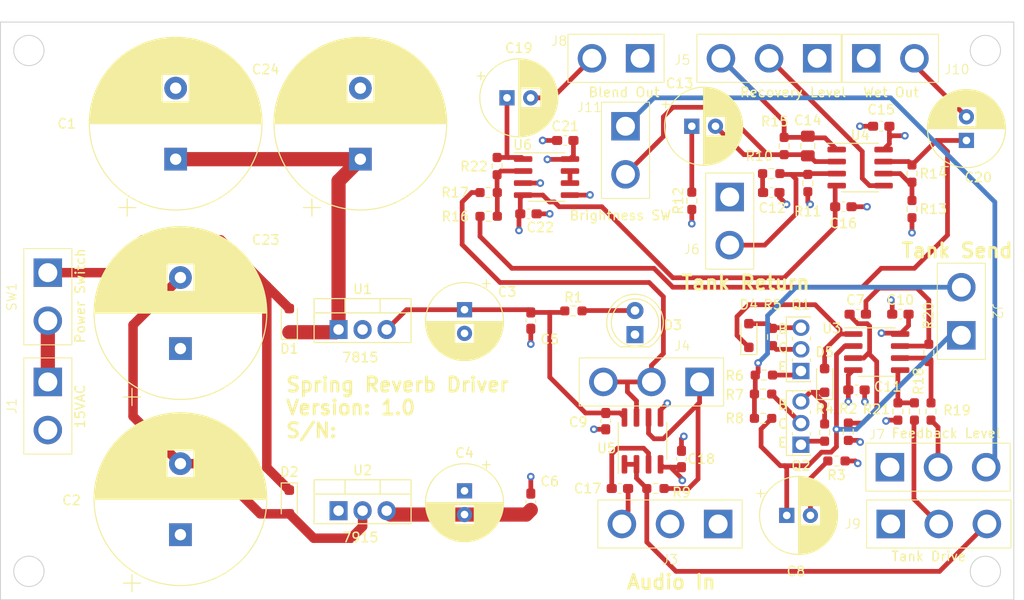
<source format=kicad_pcb>
(kicad_pcb (version 20221018) (generator pcbnew)
  (layers (0 "F.Cu" signal "Front") (1 "In1.Cu" signal) (2 "In2.Cu" signal) (31 "B.Cu" signal "Back") (34 "B.Paste" user) (35 "F.Paste" user) (36 "B.SilkS" user "B.Silkscreen") (37 "F.SilkS" user "F.Silkscreen") (38 "B.Mask" user) (39 "F.Mask" user) (44 "Edge.Cuts" user))
  (net 0 "")
  (net 1 "Net-(D1-K)")
  (net 2 "Net-(D1-A)")
  (net 3 "Net-(D2-A)")
  (net 4 "GND")
  (net 5 "Net-(D3-A)")
  (net 6 "Net-(D4-K)")
  (net 7 "Net-(D4-A)")
  (net 8 "Net-(D5-K)")
  (net 9 "Net-(J4-Pin_1)")
  (net 10 "/Dry")
  (net 11 "Net-(J5-Pin_2)")
  (net 12 "/TankRecov")
  (net 13 "Net-(J7-Pin_2)")
  (net 14 "+15V")
  (net 15 "-15V")
  (net 16 "Net-(J2-Pin_2)")
  (net 17 "Net-(U3A-+)")
  (net 18 "Net-(U3B-+)")
  (net 19 "Net-(U3B--)")
  (net 20 "Net-(C7-Pad2)")
  (net 21 "Net-(U4B--)")
  (net 22 "/Wet")
  (net 23 "/InBuff")
  (net 24 "Net-(U5A-+)")
  (net 25 "Net-(C19-Pad1)")
  (net 26 "Net-(U6A--)")
  (net 27 "Net-(U6B--)")
  (net 28 "Net-(C8-Pad2)")
  (net 29 "Net-(C12-Pad2)")
  (net 30 "Net-(C13-Pad1)")
  (net 31 "/BlendOut")
  (net 32 "/WetOut")
  (net 33 "Net-(J2-Pin_1)")
  (net 34 "Net-(Q1-E)")
  (net 35 "Net-(Q2-C)")
  (net 36 "Net-(J1-Pin_1)")
  (net 37 "Net-(J9-Pin_2)")
  (net 38 "Net-(J6-Pin_2)")
  (net 39 "Net-(J3-Pin_3)")
  (net 40 "Net-(J11-Pin_2)")
  (footprint "Resistor_SMD:R_0603_1608Metric_Pad0.98x0.95mm_HandSolder" (layer "F.Cu") (at 107.525 102.2575 90)
    (fp_text reference "R5")
    (fp_text value "3.9k")
  )
  (footprint "Capacitor_SMD:C_0603_1608Metric_Pad1.08x0.95mm_HandSolder" (layer "F.Cu") (at 82 100.5225 -90)
    (fp_text reference "C5")
    (fp_text value "100n")
  )
  (footprint "Capacitor_SMD:C_0603_1608Metric_Pad1.08x0.95mm_HandSolder" (layer "F.Cu") (at 119 80 180)
    (fp_text reference "C15")
    (fp_text value "100n")
  )
  (footprint "Resistor_SMD:R_0603_1608Metric_Pad0.98x0.95mm_HandSolder" (layer "F.Cu") (at 122.25 88.75 90)
    (fp_text reference "R13")
    (fp_text value "5.6k")
  )
  (footprint "Resistor_SMD:R_0603_1608Metric_Pad0.98x0.95mm_HandSolder" (layer "F.Cu") (at 124.26 110.12 -90)
    (fp_text reference "R19")
    (fp_text value "56k")
  )
  (footprint "Capacitor_SMD:C_0603_1608Metric_Pad1.08x0.95mm_HandSolder" (layer "F.Cu") (at 82 119.652651 -90)
    (fp_text reference "C6")
    (fp_text value "100n")
  )
  (footprint "Solderpad_THT:01x02_3mm" (layer "F.Cu") (at 91 72.827367)
    (fp_text reference "J8")
    (fp_text value "BlendOut")
  )
  (footprint "Solderpad_THT:01x02_3mm" (layer "F.Cu") (at 31 109.54 90)
    (fp_text reference "J1")
    (fp_text value "15VAC")
  )
  (footprint "Capacitor_SMD:C_0603_1608Metric_Pad1.08x0.95mm_HandSolder" (layer "F.Cu") (at 81.75 89.25 180)
    (fp_text reference "C22")
    (fp_text value "100n")
  )
  (footprint "Package_SO:SOIC-8_3.9x4.9mm_P1.27mm" (layer "F.Cu") (at 118.525 103.845)
    (fp_text reference "U3")
    (fp_text value "NE5532")
  )
  (footprint "Resistor_SMD:R_0603_1608Metric_Pad0.98x0.95mm_HandSolder" (layer "F.Cu") (at 106.6125 106.273)
    (fp_text reference "R6")
    (fp_text value "10")
  )
  (footprint "Capacitor_SMD:C_0603_1608Metric_Pad1.08x0.95mm_HandSolder" (layer "F.Cu") (at 85.6375 81.5 180)
    (fp_text reference "C21")
    (fp_text value "100n")
  )
  (footprint "Resistor_SMD:R_0603_1608Metric_Pad0.98x0.95mm_HandSolder" (layer "F.Cu") (at 77.55 89.51 180)
    (fp_text reference "R16")
    (fp_text value "10k")
  )
  (footprint "Resistor_SMD:R_0603_1608Metric_Pad0.98x0.95mm_HandSolder" (layer "F.Cu") (at 78.4375 84.21 -90)
    (fp_text reference "R22")
    (fp_text value "10k")
  )
  (footprint "Solderpad_THT:01x03_2mm" (layer "F.Cu") (at 96.7 122)
    (fp_text reference "J3")
    (fp_text value "AudioIn")
  )
  (footprint "Solderpad_THT:01x02_3mm" (layer "F.Cu") (at 103 90.013212 90)
    (fp_text reference "J6")
    (fp_text value "TankReturn")
  )
  (footprint "Package_SO:SOIC-8_3.9x4.9mm_P1.27mm" (layer "F.Cu") (at 116.775 84.365)
    (fp_text reference "U4")
    (fp_text value "NE5532")
  )
  (footprint "Resistor_SMD:R_0603_1608Metric_Pad0.98x0.95mm_HandSolder" (layer "F.Cu") (at 86.5 99.5)
    (fp_text reference "R1")
    (fp_text value "1.5k")
  )
  (footprint "Capacitor_SMD:C_0603_1608Metric_Pad1.08x0.95mm_HandSolder" (layer "F.Cu") (at 89.91 111.1375 -90)
    (fp_text reference "C9")
    (fp_text value "100n")
  )
  (footprint "Capacitor_SMD:C_0603_1608Metric_Pad1.08x0.95mm_HandSolder" (layer "F.Cu") (at 116.525 99.845)
    (fp_text reference "C7")
    (fp_text value "100n")
  )
  (footprint "Solderpad_THT:01x03_2mm" (layer "F.Cu") (at 94.74 107)
    (fp_text reference "J4")
    (fp_text value "PotDry")
  )
  (footprint "Capacitor_SMD:C_0603_1608Metric_Pad1.08x0.95mm_HandSolder" (layer "F.Cu") (at 116.3875 107.845 180)
    (fp_text reference "C11")
    (fp_text value "100n")
  )
  (footprint "Capacitor_THT:CP_Radial_D18.0mm_P7.50mm" (layer "F.Cu") (at 44.5 83.47778 90)
    (fp_text reference "C1")
    (fp_text value "3300u")
  )
  (footprint "Resistor_SMD:R_0603_1608Metric_Pad0.98x0.95mm_HandSolder" (layer "F.Cu") (at 114.275 115.345)
    (fp_text reference "R3")
    (fp_text value "33")
  )
  (footprint "Capacitor_THT:CP_Radial_D8.0mm_P2.50mm" (layer "F.Cu") (at 75 99.369849 -90)
    (fp_text reference "C3")
    (fp_text value "100u")
  )
  (footprint "Package_TO_SOT_THT:SIPAK_Vertical" (layer "F.Cu") (at 110.525 113.631 90)
    (fp_text reference "Q2")
    (fp_text value "BC140")
  )
  (footprint "Diode_SMD:D_SOD-323_HandSoldering" (layer "F.Cu") (at 56.5 119.675151 -90)
    (fp_text reference "D2")
    (fp_text value "1N5819WS")
  )
  (footprint "Solderpad_THT:01x02_3mm" (layer "F.Cu") (at 31 98 90)
    (fp_text reference "SW1")
    (fp_text value "PowerSW")
  )
  (footprint "Solderpad_THT:01x03_2mm" (layer "F.Cu") (at 125 116 180)
    (fp_text reference "J7")
    (fp_text value "PotFbk")
  )
  (footprint "Capacitor_SMD:C_0603_1608Metric_Pad1.08x0.95mm_HandSolder" (layer "F.Cu") (at 91.41 118.25 180)
    (fp_text reference "C17")
    (fp_text value "100n")
  )
  (footprint "Solderpad_THT:01x02_3mm" (layer "F.Cu") (at 92 82.54 90)
    (fp_text reference "J11")
    (fp_text value "BrightnessSwitch")
  )
  (footprint "Package_SO:SOIC-8_3.9x4.9mm_P1.27mm" (layer "F.Cu") (at 93.795 113.225 90)
    (fp_text reference "U5")
    (fp_text value "NE5532")
  )
  (footprint "Package_SO:SOIC-8_3.9x4.9mm_P1.27mm" (layer "F.Cu") (at 83.6625 85.365)
    (fp_text reference "U6")
    (fp_text value "NE5532")
  )
  (footprint "Solderpad_THT:01x02_3mm" (layer "F.Cu") (at 119.968055 72.827367 180)
    (fp_text reference "J10")
    (fp_text value "WetOut")
  )
  (footprint "Diode_SMD:D_SOD-323_HandSoldering" (layer "F.Cu") (at 113.025 106.845 90)
    (fp_text reference "D5")
    (fp_text value "1N5819WS")
  )
  (footprint "Capacitor_SMD:C_0603_1608Metric_Pad1.08x0.95mm_HandSolder" (layer "F.Cu") (at 107.3875 87 180)
    (fp_text reference "C12")
    (fp_text value "22n")
  )
  (footprint "Resistor_SMD:R_0603_1608Metric_Pad0.98x0.95mm_HandSolder" (layer "F.Cu") (at 99 87.875 90)
    (fp_text reference "R12")
    (fp_text value "220")
  )
  (footprint "Capacitor_THT:CP_Radial_D8.0mm_P2.50mm" (layer "F.Cu") (at 128 81.5 90)
    (fp_text reference "C20")
    (fp_text value "10u")
  )
  (footprint "Diode_SMD:D_SOD-323_HandSoldering" (layer "F.Cu") (at 56.5 100.5 90)
    (fp_text reference "D1")
    (fp_text value "1N5819WS")
  )
  (footprint "Capacitor_SMD:C_0603_1608Metric_Pad1.08x0.95mm_HandSolder" (layer "F.Cu") (at 121.025 99.845 180)
    (fp_text reference "C10")
    (fp_text value "100n")
  )
  (footprint "Capacitor_THT:CP_Radial_D8.0mm_P2.50mm" (layer "F.Cu") (at 79.484849 77)
    (fp_text reference "C19")
    (fp_text value "10u")
  )
  (footprint "Package_TO_SOT_THT:SIPAK_Vertical" (layer "F.Cu") (at 110.525 105.845 90)
    (fp_text reference "Q1")
    (fp_text value "BC139")
  )
  (footprint "Capacitor_THT:CP_Radial_D8.0mm_P2.50mm" (layer "F.Cu") (at 99 80)
    (fp_text reference "C13")
    (fp_text value "10u")
  )
  (footprint "Resistor_SMD:R_0603_1608Metric_Pad0.98x0.95mm_HandSolder" (layer "F.Cu") (at 113.025 112.345 -90)
    (fp_text reference "R4")
    (fp_text value "3.9k")
  )
  (footprint "Capacitor_THT:CP_Radial_D8.0mm_P2.50mm" (layer "F.Cu") (at 109.025 121.095)
    (fp_text reference "C8")
    (fp_text value "47u")
  )
  (footprint "Resistor_SMD:R_0603_1608Metric_Pad0.98x0.95mm_HandSolder" (layer "F.Cu") (at 120.76 110.12 90)
    (fp_text reference "R21")
    (fp_text value "100k")
  )
  (footprint "Resistor_SMD:R_0603_1608Metric_Pad0.98x0.95mm_HandSolder" (layer "F.Cu") (at 124.025 103.9325 -90)
    (fp_text reference "R20")
    (fp_text value "100k")
  )
  (footprint "Capacitor_SMD:C_0805_2012Metric_Pad1.18x1.45mm_HandSolder" (layer "F.Cu") (at 111.25 82.0875 -90)
    (fp_text reference "C14")
    (fp_text value "47p")
  )
  (footprint "Resistor_SMD:R_0603_1608Metric_Pad0.98x0.95mm_HandSolder" (layer "F.Cu") (at 95.16 118.25 180)
    (fp_text reference "R9")
    (fp_text value "5.6k")
  )
  (footprint "Package_TO_SOT_THT:TO-220-3_Vertical" (layer "F.Cu") (at 61.6975 101.4675)
    (fp_text reference "U1")
    (fp_text value "L7815")
  )
  (footprint "Capacitor_SMD:C_0603_1608Metric_Pad1.08x0.95mm_HandSolder" (layer "F.Cu") (at 97.91 115.1375 -90)
    (fp_text reference "C18")
    (fp_text value "100n")
  )
  (footprint "Resistor_SMD:R_0603_1608Metric_Pad0.98x0.95mm_HandSolder" (layer "F.Cu") (at 107.3875 85)
    (fp_text reference "R10")
    (fp_text value "2.2k")
  )
  (footprint "Capacitor_THT:CP_Radial_D18.0mm_P7.50mm" (layer "F.Cu") (at 64 83.47778 90)
    (fp_text reference "C24")
    (fp_text value "3300u")
  )
  (footprint "Capacitor_SMD:C_0603_1608Metric_Pad1.08x0.95mm_HandSolder" (layer "F.Cu") (at 115 88.5 180)
    (fp_text reference "C16")
    (fp_text value "100n")
  )
  (footprint "Resistor_SMD:R_0603_1608Metric_Pad0.98x0.95mm_HandSolder" (layer "F.Cu") (at 111.25 86 90)
    (fp_text reference "R11")
    (fp_text value "100k")
  )
  (footprint "Resistor_SMD:R_0603_1608Metric_Pad0.98x0.95mm_HandSolder" (layer "F.Cu") (at 106.525 108.273 180)
    (fp_text reference "R7")
    (fp_text value "10")
  )
  (footprint "Capacitor_THT:CP_Radial_D18.0mm_P7.50mm" (layer "F.Cu") (at 45 103.47778 90)
    (fp_text reference "C23")
    (fp_text value "3300u")
  )
  (footprint "Solderpad_THT:01x03_2mm" (layer "F.Cu") (at 125.08 122 180)
    (fp_text reference "J9")
    (fp_text value "PotInLvl")
  )
  (footprint "Resistor_SMD:R_0603_1608Metric_Pad0.98x0.95mm_HandSolder" (layer "F.Cu") (at 106.525 110.845 180)
    (fp_text reference "R8")
    (fp_text value "150")
  )
  (footprint "Capacitor_THT:CP_Radial_D8.0mm_P2.50mm" (layer "F.Cu") (at 75 118.5 -90)
    (fp_text reference "C4")
    (fp_text value "100u")
  )
  (footprint "Solderpad_THT:01x03_2mm" (layer "F.Cu") (at 107.157535 72.827367)
    (fp_text reference "J5")
    (fp_text value "PotWet")
  )
  (footprint "Resistor_SMD:R_0603_1608Metric_Pad0.98x0.95mm_HandSolder" (layer "F.Cu") (at 122.51 110.12 -90)
    (fp_text reference "R18")
    (fp_text value "56k")
  )
  (footprint "Resistor_SMD:R_0603_1608Metric_Pad0.98x0.95mm_HandSolder" (layer "F.Cu") (at 108.75 82.0875 -90)
    (fp_text reference "R15")
    (fp_text value "22k")
  )
  (footprint "LED_THT:LED_D5.0mm" (layer "F.Cu") (at 93 102 90)
    (fp_text reference "D3")
    (fp_text value "PowerIndicator")
  )
  (footprint "Resistor_SMD:R_0603_1608Metric_Pad0.98x0.95mm_HandSolder" (layer "F.Cu") (at 122.25 85 -90)
    (fp_text reference "R14")
    (fp_text value "22k")
  )
  (footprint "Package_TO_SOT_THT:TO-220-3_Vertical" (layer "F.Cu") (at 61.6975 120.597651)
    (fp_text reference "U2")
    (fp_text value "LM7915_TO220")
  )
  (footprint "Capacitor_THT:CP_Radial_D18.0mm_P7.50mm" (layer "F.Cu") (at 45 123.130151 90)
    (fp_text reference "C2")
    (fp_text value "3300u")
  )
  (footprint "Resistor_SMD:R_0603_1608Metric_Pad0.98x0.95mm_HandSolder" (layer "F.Cu") (at 115.525 112.2575 90)
    (fp_text reference "R2")
    (fp_text value "10k")
  )
  (footprint "Resistor_SMD:R_0603_1608Metric_Pad0.98x0.95mm_HandSolder" (layer "F.Cu") (at 77.55 87 180)
    (fp_text reference "R17")
    (fp_text value "10k")
  )
  (footprint "Diode_SMD:D_SOD-323_HandSoldering" (layer "F.Cu") (at 105.025 102.095 90)
    (fp_text reference "D4")
    (fp_text value "1N5819WS")
  )
  (footprint "Solderpad_THT:01x02_3mm" (layer "F.Cu") (at 127.462235 99.540784 -90)
    (fp_text reference "J2")
    (fp_text value "TankSend")
  )
  (gr_circle (center 130 72) (end 131.6 72) (stroke (width 0.1)) (fill none) (layer "Edge.Cuts"))
  (gr_line (start 26 130) (end 133 130) (stroke (width 0.1)) (layer "Edge.Cuts"))
  (gr_line (start 133 130) (end 133 69) (stroke (width 0.1)) (layer "Edge.Cuts"))
  (gr_circle (center 29 127) (end 30.6 127) (stroke (width 0.1)) (fill none) (layer "Edge.Cuts"))
  (gr_circle (center 130 127) (end 131.6 127) (stroke (width 0.1)) (fill none) (layer "Edge.Cuts"))
  (gr_line (start 26 69) (end 26 130) (stroke (width 0.1)) (layer "Edge.Cuts"))
  (gr_circle (center 29 72) (end 30.6 72) (stroke (width 0.1)) (fill none) (layer "Edge.Cuts"))
  (gr_line (start 133 69) (end 26 69) (stroke (width 0.1)) (layer "Edge.Cuts"))
  (gr_text "E" (at 108 106) (layer "F.SilkS") (effects (font (size 1 1)) (justify left bottom)))
  (gr_text "B" (at 108 110) (layer "F.SilkS") (effects (font (size 1 1)) (justify left bottom)))
  (gr_text "E" (at 108 114) (layer "F.SilkS") (effects (font (size 1 1)) (justify left bottom)))
  (gr_text "Feedback Level" (at 120 113) (layer "F.SilkS") (effects (font (size 1 1)) (justify left bottom)))
  (gr_text "Audio In" (at 92 129) (layer "F.SilkS") (effects (font (size 1.5 1.5) (thickness 0.3) bold) (justify left bottom)))
  (gr_text "Recovery Level" (at 104 77) (layer "F.SilkS") (effects (font (size 1 1)) (justify left bottom)))
  (gr_text "7815" (at 62 105) (layer "F.SilkS") (effects (font (size 1 1)) (justify left bottom)))
  (gr_text "C" (at 108 104) (layer "F.SilkS") (effects (font (size 1 1)) (justify left bottom)))
  (gr_text "Wet Out" (at 117 77) (layer "F.SilkS") (effects (font (size 1 1)) (justify left bottom)))
  (gr_text "Brightness SW" (at 86 90) (layer "F.SilkS") (effects (font (size 1 1)) (justify left bottom)))
  (gr_text "15VAC" (at 35 112 90) (layer "F.SilkS") (effects (font (size 1 1)) (justify left bottom)))
  (gr_text "Tank Drive" (at 120 126) (layer "F.SilkS") (effects (font (size 1 1)) (justify left bottom)))
  (gr_text "Power Switch" (at 35 103 90) (layer "F.SilkS") (effects (font (size 1 1)) (justify left bottom)))
  (gr_text "Blend Out" (at 88 77) (layer "F.SilkS") (effects (font (size 1 1)) (justify left bottom)))
  (gr_text "Spring Reverb Driver\nVersion: 1.0\nS/N:" (at 56 113) (layer "F.SilkS") (effects (font (size 1.5 1.5) (thickness 0.3) bold) (justify left bottom)))
  (gr_text "C" (at 108 112) (layer "F.SilkS") (effects (font (size 1 1)) (justify left bottom)))
  (gr_text "7915" (at 62 124) (layer "F.SilkS") (effects (font (size 1 1)) (justify left bottom)))
  (gr_text "Tank Send" (at 121 94) (layer "F.SilkS") (effects (font (size 1.5 1.5) (thickness 0.3) bold) (justify left bottom)))
  (gr_text "B" (at 108 102) (layer "F.SilkS") (effects (font (size 1 1)) (justify left bottom)))
  (gr_text "Tank Return" (at 97.722204 97.401082) (layer "F.SilkS") (effects (font (size 1.5 1.5) (thickness 0.3) bold) (justify left bottom)))
  (segment (start 56.5 101.75) (end 61.415 101.75) (width 1.5) (layer "F.Cu") (net 1))
  (segment (start 44.5 83.47778) (end 64 83.47778) (width 1.5) (layer "F.Cu") (net 1))
  (segment (start 61.415 101.75) (end 61.6975 101.4675) (width 1.5) (layer "F.Cu") (net 1))
  (segment (start 61.6975 85.78028) (end 64 83.47778) (width 1.5) (layer "F.Cu") (net 1))
  (segment (start 61.6975 101.4675) (end 61.6975 85.78028) (width 1.5) (layer "F.Cu") (net 1))
  (segment (start 41 92) (end 49.25 92) (width 1) (layer "F.Cu") (net 2))
  (segment (start 37.54 95.46) (end 41 92) (width 1) (layer "F.Cu") (net 2))
  (segment (start 31 95.46) (end 37.54 95.46) (width 1) (layer "F.Cu") (net 2))
  (segment (start 56.5 118.425151) (end 54.125 116.050151) (width 1) (layer "F.Cu") (net 2))
  (segment (start 31 95.46) (end 33.46 95.46) (width 0.5) (layer "F.Cu") (net 2))
  (segment (start 54.125 96.875) (end 56.5 99.25) (width 1) (layer "F.Cu") (net 2))
  (segment (start 54 104) (end 54 101.75) (width 0.5) (layer "F.Cu") (net 2))
  (segment (start 54.125 116.050151) (end 54.125 96.875) (width 1) (layer "F.Cu") (net 2))
  (segment (start 49.25 92) (end 54.125 96.875) (width 1) (layer "F.Cu") (net 2))
  (segment (start 54 115.925151) (end 54 104) (width 0.5) (layer "F.Cu") (net 2))
  (segment (start 48.130151 115.630151) (end 53.425151 120.925151) (width 1) (layer "F.Cu") (net 3))
  (segment (start 63 123.5) (end 64.2375 122.2625) (width 1) (layer "F.Cu") (net 3))
  (segment (start 53.425151 120.925151) (end 56.5 120.925151) (width 1) (layer "F.Cu") (net 3))
  (segment (start 45 115.630151) (end 48.130151 115.630151) (width 1) (layer "F.Cu") (net 3))
  (segment (start 64.2375 122.2625) (end 64.2375 120.597651) (width 1) (layer "F.Cu") (net 3))
  (segment (start 56.5 120.925151) (end 59.074849 123.5) (width 1) (layer "F.Cu") (net 3))
  (segment (start 40 110.630151) (end 40 100.97778) (width 1) (layer "F.Cu") (net 3))
  (segment (start 44.5 115.630151) (end 48.130151 115.630151) (width 0.5) (layer "F.Cu") (net 3))
  (segment (start 45 115.630151) (end 40 110.630151) (width 1) (layer "F.Cu") (net 3))
  (segment (start 40 100.97778) (end 45 95.97778) (width 1) (layer "F.Cu") (net 3))
  (segment (start 59.074849 123.5) (end 63 123.5) (width 1) (layer "F.Cu") (net 3))
  (segment (start 86.1375 87.27) (end 88.23 87.27) (width 0.5) (layer "F.Cu") (net 4))
  (segment (start 97.91 113) (end 98.16 112.75) (width 0.5) (layer "F.Cu") (net 4))
  (segment (start 97.91 114.275) (end 97.91 113) (width 0.5) (layer "F.Cu") (net 4))
  (segment (start 122.25 89.6625) (end 122.25 91.25) (width 0.5) (layer "F.Cu") (net 4))
  (segment (start 115.8625 88.5) (end 117.5 88.5) (width 0.5) (layer "F.Cu") (net 4))
  (segment (start 82 118.790151) (end 82 117) (width 0.5) (layer "F.Cu") (net 4))
  (segment (start 84.775 81.5) (end 83.25 81.5) (width 0.5) (layer "F.Cu") (net 4))
  (segment (start 120.1625 99.845) (end 120.1625 98.4825) (width 0.5) (layer "F.Cu") (net 4))
  (segment (start 116.275 115.345) (end 116.525 115.595) (width 0.5) (layer "F.Cu") (net 4))
  (segment (start 117.25 109.07) (end 117.275 109.095) (width 0.5) (layer "F.Cu") (net 4))
  (segment (start 89.91 112) (end 88.66 112) (width 0.5) (layer "F.Cu") (net 4))
  (segment (start 108.25 87) (end 108.25 87.5) (width 0.5) (layer "F.Cu") (net 4))
  (segment (start 82.6125 89.25) (end 84 89.25) (width 0.5) (layer "F.Cu") (net 4))
  (segment (start 117.25 107.845) (end 117.25 109.07) (width 0.5) (layer "F.Cu") (net 4))
  (segment (start 115.525 113.17) (end 116.6 113.17) (width 0.5) (layer "F.Cu") (net 4))
  (segment (start 82 101.385) (end 82 103) (width 0.5) (layer "F.Cu") (net 4))
  (segment (start 111.25 86.9125) (end 111.25 88) (width 0.5) (layer "F.Cu") (net 4))
  (segment (start 95.7 109.96) (end 96.41 109.25) (width 0.5) (layer "F.Cu") (net 4))
  (segment (start 118.1375 80) (end 116.75 80) (width 0.5) (layer "F.Cu") (net 4))
  (segment (start 116.6 113.17) (end 116.775 113.345) (width 0.5) (layer "F.Cu") (net 4))
  (segment (start 95.7 110.75) (end 95.7 109.96) (width 0.5) (layer "F.Cu") (net 4))
  (segment (start 88.23 87.27) (end 88.25 87.25) (width 0.5) (layer "F.Cu") (net 4))
  (segment (start 99 88.7875) (end 99 90.2875) (width 0.5) (layer "F.Cu") (net 4))
  (segment (start 120.1625 98.4825) (end 120.025 98.345) (width 0.5) (layer "F.Cu") (net 4))
  (segment (start 111.25 88) (end 111.5 88.25) (width 0.5) (layer "F.Cu") (net 4))
  (segment (start 108.25 87.5) (end 109 88.25) (width 0.5) (layer "F.Cu") (net 4))
  (segment (start 120.76 111.0325) (end 119.5975 111.0325) (width 0.5) (layer "F.Cu") (net 4))
  (segment (start 115.1875 115.345) (end 116.275 115.345) (width 0.5) (layer "F.Cu") (net 4))
  (segment (start 81.1875 86) (end 83 86) (width 0.5) (layer "F.Cu") (net 4))
  (segment (start 119.5975 111.0325) (end 119.51 111.12) (width 0.5) (layer "F.Cu") (net 4))
  (via (at 88.66 112) (size 0.8) (drill 0.4) (layers "F.Cu" "B.Cu") (net 4))
  (via (at 116.525 115.595) (size 0.8) (drill 0.4) (layers "F.Cu" "B.Cu") (net 4))
  (via (at 88.25 87.25) (size 0.8) (drill 0.4) (layers "F.Cu" "B.Cu") (net 4))
  (via (at 99 90.2875) (size 0.8) (drill 0.4) (layers "F.Cu" "B.Cu") (net 4))
  (via (at 83 86) (size 0.8) (drill 0.4) (layers "F.Cu" "B.Cu") (net 4))
  (via (at 117.275 109.095) (size 0.8) (drill 0.4) (layers "F.Cu" "B.Cu") (net 4))
  (via (at 82 117) (size 0.8) (drill 0.4) (layers "F.Cu" "B.Cu") (net 4))
  (via (at 116.75 80) (size 0.8) (drill 0.4) (layers "F.Cu" "B.Cu") (net 4))
  (via (at 83.25 81.5) (size 0.8) (drill 0.4) (layers "F.Cu" "B.Cu") (net 4))
  (via (at 120.025 98.345) (size 0.8) (drill 0.4) (layers "F.Cu" "B.Cu") (net 4))
  (via (at 117.5 88.5) (size 0.8) (drill 0.4) (layers "F.Cu" "B.Cu") (net 4))
  (via (at 96.41 109.25) (size 0.8) (drill 0.4) (layers "F.Cu" "B.Cu") (net 4))
  (via (at 109 88.25) (size 0.8) (drill 0.4) (layers "F.Cu" "B.Cu") (net 4))
  (via (at 116.775 113.345) (size 0.8) (drill 0.4) (layers "F.Cu" "B.Cu") (net 4))
  (via (at 82 103) (size 0.8) (drill 0.4) (layers "F.Cu" "B.Cu") (net 4))
  (via (at 98.16 112.75) (size 0.8) (drill 0.4) (layers "F.Cu" "B.Cu") (net 4))
  (via (at 119.51 111.12) (size 0.8) (drill 0.4) (layers "F.Cu" "B.Cu") (net 4))
  (via (at 84 89.25) (size 0.8) (drill 0.4) (layers "F.Cu" "B.Cu") (net 4))
  (via (at 122.25 91.25) (size 0.8) (drill 0.4) (layers "F.Cu" "B.Cu") (net 4))
  (via (at 111.5 88.25) (size 0.8) (drill 0.4) (layers "F.Cu" "B.Cu") (net 4))
  (segment (start 87.4125 99.5) (end 87.4525 99.46) (width 0.5) (layer "F.Cu") (net 5))
  (segment (start 87.4525 99.46) (end 93 99.46) (width 0.5) (layer "F.Cu") (net 5))
  (segment (start 105.025 98.845) (end 112.025 98.845) (width 0.5) (layer "F.Cu") (net 6))
  (segment (start 103.775 102.095) (end 103.775 100.095) (width 0.5) (layer "F.Cu") (net 6))
  (segment (start 114.68 101.94) (end 114.65 101.97) (width 0.5) (layer "F.Cu") (net 6))
  (segment (start 114.65 101.47) (end 114.65 101.97) (width 0.5) (layer "F.Cu") (net 6))
  (segment (start 112.025 98.845) (end 114.65 101.47) (width 0.5) (layer "F.Cu") (net 6))
  (segment (start 114.65 101.97) (end 113.025 103.595) (width 0.5) (layer "F.Cu") (net 6))
  (segment (start 113.025 103.595) (end 113.025 105.595) (width 0.5) (layer "F.Cu") (net 6))
  (segment (start 103.775 100.095) (end 105.025 98.845) (width 0.5) (layer "F.Cu") (net 6))
  (segment (start 105.025 103.345) (end 103.775 102.095) (width 0.5) (layer "F.Cu") (net 6))
  (segment (start 116.05 101.94) (end 114.68 101.94) (width 0.5) (layer "F.Cu") (net 6))
  (segment (start 105.025 100.845) (end 107.025 100.845) (width 0.5) (layer "F.Cu") (net 7))
  (segment (start 107.025 100.845) (end 107.525 101.345) (width 0.5) (layer "F.Cu") (net 7))
  (segment (start 107.453 101.273) (end 110.525 101.273) (width 0.5) (layer "F.Cu") (net 7))
  (segment (start 107.025 100.845) (end 107.453 101.273) (width 0.5) (layer "F.Cu") (net 7))
  (segment (start 113.025 111.4325) (end 113.025 109.345) (width 0.5) (layer "F.Cu") (net 8))
  (segment (start 113.025 109.345) (end 111.775 108.095) (width 0.5) (layer "F.Cu") (net 8))
  (segment (start 111.489 108.095) (end 110.525 109.059) (width 0.5) (layer "F.Cu") (net 8))
  (segment (start 111.775 108.095) (end 111.489 108.095) (width 0.5) (layer "F.Cu") (net 8))
  (segment (start 113.025 108.095) (end 111.775 108.095) (width 0.5) (layer "F.Cu") (net 8))
  (segment (start 94.43 112.43) (end 95 113) (width 0.5) (layer "F.Cu") (net 9))
  (segment (start 95 113) (end 96 113) (width 0.5) (layer "F.Cu") (net 9))
  (segment (start 99.66 109.34) (end 99.82 109.18) (width 0.5) (layer "F.Cu") (net 9))
  (segment (start 96 113) (end 99.82 109.18) (width 0.5) (layer "F.Cu") (net 9))
  (segment (start 96.0725 118.25) (end 98.66 118.25) (width 0.5) (layer "F.Cu") (net 9))
  (segment (start 99.66 117.25) (end 99.66 109.34) (width 0.5) (layer "F.Cu") (net 9))
  (segment (start 94.43 110.75) (end 94.43 112.43) (width 0.5) (layer "F.Cu") (net 9))
  (segment (start 99.82 109.18) (end 99.82 107) (width 0.5) (layer "F.Cu") (net 9))
  (segment (start 98.66 118.25) (end 99.66 117.25) (width 0.5) (layer "F.Cu") (net 9))
  (segment (start 96 104) (end 96 98) (width 0.5) (layer "F.Cu") (net 10))
  (segment (start 94.5 96.5) (end 78.75 96.5) (width 0.5) (layer "F.Cu") (net 10))
  (segment (start 74.75 88) (end 75.75 87) (width 0.5) (layer "F.Cu") (net 10))
  (segment (start 96 104) (end 94.74 105.26) (width 0.5) (layer "F.Cu") (net 10))
  (segment (start 89.66 107) (end 92.2 107) (width 0.5) (layer "F.Cu") (net 10))
  (segment (start 93.75005 107) (end 94.245025 106.505025) (width 0.5) (layer "F.Cu") (net 10))
  (segment (start 93.16 109) (end 93.16 110.75) (width 0.5) (layer "F.Cu") (net 10))
  (segment (start 92.2 108.04) (end 93.16 109) (width 0.5) (layer "F.Cu") (net 10))
  (segment (start 78.75 96.5) (end 74.75 92.5) (width 0.5) (layer "F.Cu") (net 10))
  (segment (start 74.75 92.5) (end 74.75 88) (width 0.5) (layer "F.Cu") (net 10))
  (segment (start 94.74 105.26) (end 94.74 106.3) (width 0.5) (layer "F.Cu") (net 10))
  (segment (start 96 98) (end 94.5 96.5) (width 0.5) (layer "F.Cu") (net 10))
  (segment (start 75.75 87) (end 76.6375 87) (width 0.5) (layer "F.Cu") (net 10))
  (segment (start 92.2 107) (end 92.2 108.04) (width 0.5) (layer "F.Cu") (net 10))
  (segment (start 92.2 107) (end 93.75005 107) (width 0.5) (layer "F.Cu") (net 10))
  (segment (start 107.157535 72.827367) (end 117 82.669832) (width 0.5) (layer "F.Cu") (net 11))
  (segment (start 117 82.669832) (end 117 83) (width 0.5) (layer "F.Cu") (net 11))
  (segment (start 117.77 86.27) (end 117 85.5) (width 0.5) (layer "F.Cu") (net 11))
  (segment (start 117 85.5) (end 117 83) (width 0.5) (layer "F.Cu") (net 11))
  (segment (start 119.25 86.27) (end 117.77 86.27) (width 0.5) (layer "F.Cu") (net 11))
  (segment (start 111.2 81.175) (end 111.25 81.225) (width 0.5) (layer "F.Cu") (net 12))
  (segment (start 102.077535 72.827367) (end 108.75 79.499832) (width 0.5) (layer "F.Cu") (net 12))
  (segment (start 111.25 81.225) (end 113.065 81.225) (width 0.5) (layer "F.Cu") (net 12))
  (segment (start 108.75 81.175) (end 111.2 81.175) (width 0.5) (layer "F.Cu") (net 12))
  (segment (start 113.065 81.225) (end 114.3 82.46) (width 0.5) (layer "F.Cu") (net 12))
  (segment (start 108.75 79.499832) (end 108.75 81.175) (width 0.5) (layer "F.Cu") (net 12))
  (segment (start 120 77) (end 131 88) (width 0.5) (layer "B.Cu") (net 12))
  (segment (start 131 115.08) (end 130.08 116) (width 0.5) (layer "B.Cu") (net 12))
  (segment (start 131 88) (end 131 115.08) (width 0.5) (layer "B.Cu") (net 12))
  (segment (start 92 80) (end 95 77) (width 0.5) (layer "B.Cu") (net 12))
  (segment (start 102.077535 72.827367) (end 106.250168 77) (width 0.5) (layer "B.Cu") (net 12))
  (segment (start 95 77) (end 106.250168 77) (width 0.5) (layer "B.Cu") (net 12))
  (segment (start 106.250168 77) (end 120 77) (width 0.5) (layer "B.Cu") (net 12))
  (segment (start 124.26 111.0325) (end 125 111.7725) (width 0.5) (layer "F.Cu") (net 13))
  (segment (start 125 111.7725) (end 125 116) (width 0.5) (layer "F.Cu") (net 13))
  (segment (start 81.709849 99.369849) (end 75 99.369849) (width 0.5) (layer "F.Cu") (net 14))
  (segment (start 86.5 83.0975) (end 86.1375 83.46) (width 0.5) (layer "F.Cu") (net 14))
  (segment (start 89.91 110.275) (end 87.775 110.275) (width 0.5) (layer "F.Cu") (net 14))
  (segment (start 86.5 81.5) (end 86.5 83.0975) (width 0.5) (layer "F.Cu") (net 14))
  (segment (start 84 106.5) (end 84 99.66) (width 0.5) (layer "F.Cu") (net 14))
  (segment (start 87.775 110.275) (end 84 106.5) (width 0.5) (layer "F.Cu") (net 14))
  (segment (start 119.8625 81.8475) (end 119.25 82.46) (width 0.5) (layer "F.Cu") (net 14))
  (segment (start 119.8625 81.25) (end 119.8625 81.8475) (width 0.5) (layer "F.Cu") (net 14))
  (segment (start 82 99.66) (end 84 99.66) (width 0.5) (layer "F.Cu") (net 14))
  (segment (start 75 99.369849) (end 68.875151 99.369849) (width 0.5) (layer "F.Cu") (net 14))
  (segment (start 85.4275 99.66) (end 85.5875 99.5) (width 0.5) (layer "F.Cu") (net 14))
  (segment (start 107.914 103.559) (end 107.525 103.17) (width 0.5) (layer "F.Cu") (net 14))
  (segment (start 110.525 103.559) (end 107.914 103.559) (width 0.5) (layer "F.Cu") (net 14))
  (segment (start 121.8875 99.845) (end 121.8875 101.0525) (width 0.5) (layer "F.Cu") (net 14))
  (segment (start 82 99.66) (end 81.709849 99.369849) (width 0.5) (layer "F.Cu") (net 14))
  (segment (start 83.75 83.5) (end 86.0975 83.5) (width 0.5) (layer "F.Cu") (net 14))
  (segment (start 89.91 110.275) (end 91.415 110.275) (width 0.5) (layer "F.Cu") (net 14))
  (segment (start 119.025 101.845) (end 120.905 101.845) (width 0.5) (layer "F.Cu") (net 14))
  (segment (start 120.1125 81) (end 119.8625 81.25) (width 0.5) (layer "F.Cu") (net 14))
  (segment (start 119.8625 80) (end 119.8625 81.25) (width 0.5) (layer "F.Cu") (net 14))
  (segment (start 121.5 81) (end 120.1125 81) (width 0.5) (layer "F.Cu") (net 14))
  (segment (start 91.415 110.275) (end 91.89 110.75) (width 0.5) (layer "F.Cu") (net 14))
  (segment (start 84 99.66) (end 85.4275 99.66) (width 0.5) (layer "F.Cu") (net 14))
  (segment (start 86.0975 83.5) (end 86.1375 83.46) (width 0.5) (layer "F.Cu") (net 14))
  (segment (start 68.875151 99.369849) (end 66.7775 101.4675) (width 0.5) (layer "F.Cu") (net 14))
  (segment (start 120.905 101.845) (end 121 101.94) (width 0.5) (layer "F.Cu") (net 14))
  (segment (start 121.8875 101.0525) (end 121 101.94) (width 0.5) (layer "F.Cu") (net 14))
  (via (at 121.5 81) (size 0.8) (drill 0.4) (layers "F.Cu" "B.Cu") (net 14))
  (via (at 119.025 101.845) (size 0.8) (drill 0.4) (layers "F.Cu" "B.Cu") (net 14))
  (via (at 83.75 83.5) (size 0.8) (drill 0.4) (layers "F.Cu" "B.Cu") (net 14))
  (segment (start 113.025 113.2575) (end 110.8985 113.2575) (width 0.5) (layer "F.Cu") (net 15))
  (segment (start 80.75 89.3875) (end 80.8875 89.25) (width 0.5) (layer "F.Cu") (net 15))
  (segment (start 115.525 109.095) (end 115.525 107.845) (width 0.5) (layer "F.Cu") (net 15))
  (segment (start 89.5 88.5) (end 97 96) (width 0.5) (layer "F.Cu") (net 15))
  (segment (start 115.525 106.275) (end 116.05 105.75) (width 0.5) (layer "F.Cu") (net 15))
  (segment (start 97.91 116) (end 96.75 116) (width 0.5) (layer "F.Cu") (net 15))
  (segment (start 98 117.25) (end 96.75 116) (width 0.5) (layer "F.Cu") (net 15))
  (segment (start 81.515151 121) (end 77 121) (width 1.5) (layer "F.Cu") (net 15))
  (segment (start 98 117.4005) (end 98 117.25) (width 0.5) (layer "F.Cu") (net 15))
  (segment (start 115.525 107.845) (end 115.525 106.275) (width 0.5) (layer "F.Cu") (net 15))
  (segment (start 96 116) (end 95.7 115.7) (width 0.5) (layer "F.Cu") (net 15))
  (segment (start 67.179849 121) (end 66.7775 120.597651) (width 1.5) (layer "F.Cu") (net 15))
  (segment (start 82 120.515151) (end 81.515151 121) (width 1.5) (layer "F.Cu") (net 15))
  (segment (start 84.5 88) (end 85 88.5) (width 0.5) (layer "F.Cu") (net 15))
  (segment (start 81.1875 87.27) (end 83.27 87.27) (width 0.5) (layer "F.Cu") (net 15))
  (segment (start 114.1375 86.4325) (end 114.3 86.27) (width 0.5) (layer "F.Cu") (net 15))
  (segment (start 80.8875 87.57) (end 81.1875 87.27) (width 0.5) (layer "F.Cu") (net 15))
  (segment (start 84 88) (end 84.5 88) (width 0.5) (layer "F.Cu") (net 15))
  (segment (start 97 96) (end 108.75 96) (width 0.5) (layer "F.Cu") (net 15))
  (segment (start 114.1375 90.6125) (end 114.1375 88.5) (width 0.5) (layer "F.Cu") (net 15))
  (segment (start 80.75 91) (end 80.75 89.3875) (width 0.5) (layer "F.Cu") (net 15))
  (segment (start 85 88.5) (end 89.5 88.5) (width 0.5) (layer "F.Cu") (net 15))
  (segment (start 96.75 116) (end 96 116) (width 0.5) (layer "F.Cu") (net 15))
  (segment (start 80.8875 89.25) (end 80.8875 87.57) (width 0.5) (layer "F.Cu") (net 15))
  (segment (start 114.1375 88.5) (end 114.1375 86.4325) (width 0.5) (layer "F.Cu") (net 15))
  (segment (start 110.8985 113.2575) (end 110.525 113.631) (width 0.5) (layer "F.Cu") (net 15))
  (segment (start 83.27 87.27) (end 84 88) (width 0.5) (layer "F.Cu") (net 15))
  (segment (start 75 121) (end 77 121) (width 1.5) (layer "F.Cu") (net 15))
  (segment (start 108.75 96) (end 114.1375 90.6125) (width 0.5) (layer "F.Cu") (net 15))
  (segment (start 75 121) (end 67.179849 121) (width 1.5) (layer "F.Cu") (net 15))
  (via (at 80.75 91) (size 0.8) (drill 0.4) (layers "F.Cu" "B.Cu") (net 15))
  (via (at 98 117.4005) (size 0.8) (drill 0.4) (layers "F.Cu" "B.Cu") (net 15))
  (via (at 115.525 109.095) (size 0.8) (drill 0.4) (layers "F.Cu" "B.Cu") (net 15))
  (segment (start 105.6125 108.273) (end 105.6125 110.845) (width 0.5) (layer "F.Cu") (net 16))
  (segment (start 106 105) (end 106 105.973) (width 0.5) (layer "F.Cu") (net 16))
  (segment (start 105.7 106.273) (end 105.7 108.1855) (width 0.5) (layer "F.Cu") (net 16))
  (segment (start 106 105.973) (end 105.7 106.273) (width 0.5) (layer "F.Cu") (net 16))
  (segment (start 105.7 108.1855) (end 105.6125 108.273) (width 0.5) (layer "F.Cu") (net 16))
  (via (at 106 105) (size 0.8) (drill 0.4) (layers "F.Cu" "B.Cu") (net 16))
  (segment (start 110 97) (end 107 100) (width 0.5) (layer "B.Cu") (net 16))
  (segment (start 107 104) (end 106 105) (width 0.5) (layer "B.Cu") (net 16))
  (segment (start 127 97) (end 110 97) (width 0.5) (layer "B.Cu") (net 16))
  (segment (start 107 100) (end 107 104) (width 0.5) (layer "B.Cu") (net 16))
  (segment (start 116.525 100.845) (end 117.525 100.845) (width 0.5) (layer "F.Cu") (net 17))
  (segment (start 115.6625 99.9825) (end 116.525 100.845) (width 0.5) (layer "F.Cu") (net 17))
  (segment (start 117.775 103.845) (end 117.65 103.97) (width 0.5) (layer "F.Cu") (net 17))
  (segment (start 117.525 100.845) (end 117.775 101.095) (width 0.5) (layer "F.Cu") (net 17))
  (segment (start 118.525 109.845) (end 118.525 104.845) (width 0.5) (layer "F.Cu") (net 17))
  (segment (start 115.6625 99.845) (end 115.6625 99.9825) (width 0.5) (layer "F.Cu") (net 17))
  (segment (start 117.14 104.48) (end 116.05 104.48) (width 0.5) (layer "F.Cu") (net 17))
  (segment (start 118.525 104.845) (end 117.65 103.97) (width 0.5) (layer "F.Cu") (net 17))
  (segment (start 117.775 101.095) (end 117.775 103.845) (width 0.5) (layer "F.Cu") (net 17))
  (segment (start 117.65 103.97) (end 117.14 104.48) (width 0.5) (layer "F.Cu") (net 17))
  (segment (start 117.025 111.345) (end 118.525 109.845) (width 0.5) (layer "F.Cu") (net 17))
  (segment (start 115.525 111.345) (end 117.025 111.345) (width 0.5) (layer "F.Cu") (net 17))
  (segment (start 120.76 105.99) (end 121 105.75) (width 0.5) (layer "F.Cu") (net 18))
  (segment (start 120.76 109.2075) (end 120.76 105.99) (width 0.5) (layer "F.Cu") (net 18))
  (segment (start 120.76 109.2075) (end 122.51 109.2075) (width 0.5) (layer "F.Cu") (net 18))
  (segment (start 121 104.48) (end 123.66 104.48) (width 0.5) (layer "F.Cu") (net 19))
  (segment (start 124.26 109.2075) (end 124.26 105.08) (width 0.5) (layer "F.Cu") (net 19))
  (segment (start 124.26 105.08) (end 124.025 104.845) (width 0.5) (layer "F.Cu") (net 19))
  (segment (start 123.66 104.48) (end 124.025 104.845) (width 0.5) (layer "F.Cu") (net 19))
  (segment (start 124.025 104.845) (end 124.275 104.845) (width 0.5) (layer "F.Cu") (net 19))
  (segment (start 117.3875 99.845) (end 117.3875 98.4825) (width 0.5) (layer "F.Cu") (net 20))
  (segment (start 122.775 97.095) (end 124.025 98.345) (width 0.5) (layer "F.Cu") (net 20))
  (segment (start 121 103.21) (end 123.835 103.21) (width 0.5) (layer "F.Cu") (net 20))
  (segment (start 117.3875 98.4825) (end 118.775 97.095) (width 0.5) (layer "F.Cu") (net 20))
  (segment (start 123.835 103.21) (end 124.025 103.02) (width 0.5) (layer "F.Cu") (net 20))
  (segment (start 124.025 98.345) (end 124.025 103.02) (width 0.5) (layer "F.Cu") (net 20))
  (segment (start 118.775 97.095) (end 122.775 97.095) (width 0.5) (layer "F.Cu") (net 20))
  (segment (start 122.25 87.8375) (end 122.25 85.9125) (width 0.5) (layer "F.Cu") (net 21))
  (segment (start 121 85) (end 119.25 85) (width 0.5) (layer "F.Cu") (net 21))
  (segment (start 121.9125 85.9125) (end 121 85) (width 0.5) (layer "F.Cu") (net 21))
  (segment (start 122.25 85.9125) (end 121.9125 85.9125) (width 0.5) (layer "F.Cu") (net 21))
  (segment (start 122.5 95) (end 126 91.5) (width 0.5) (layer "F.Cu") (net 22))
  (segment (start 119.25 83.73) (end 121.8925 83.73) (width 0.5) (layer "F.Cu") (net 22))
  (segment (start 126 82.6625) (end 124.8375 81.5) (width 0.5) (layer "F.Cu") (net 22))
  (segment (start 121.8925 83.73) (end 122.25 84.0875) (width 0.5) (layer "F.Cu") (net 22))
  (segment (start 119 95) (end 122.5 95) (width 0.5) (layer "F.Cu") (net 22))
  (segment (start 97 97) (end 117 97) (width 0.5) (layer "F.Cu") (net 22))
  (segment (start 122.25 84.0875) (end 124.8375 81.5) (width 0.5) (layer "F.Cu") (net 22))
  (segment (start 80 95) (end 95 95) (width 0.5) (layer "F.Cu") (net 22))
  (segment (start 76.6375 91.6375) (end 80 95) (width 0.5) (layer "F.Cu") (net 22))
  (segment (start 124.8375 81.5) (end 128 81.5) (width 0.5) (layer "F.Cu") (net 22))
  (segment (start 95 95) (end 97 97) (width 0.5) (layer "F.Cu") (net 22))
  (segment (start 126 91.5) (end 126 82.6625) (width 0.5) (layer "F.Cu") (net 22))
  (segment (start 117 97) (end 119 95) (width 0.5) (layer "F.Cu") (net 22))
  (segment (start 76.6375 89.51) (end 76.6375 91.6375) (width 0.5) (layer "F.Cu") (net 22))
  (segment (start 93.70375 117.70625) (end 93.16 117.1625) (width 0.5) (layer "F.Cu") (net 23))
  (segment (start 93.16 117.1625) (end 93.16 115.7) (width 0.5) (layer "F.Cu") (net 23))
  (segment (start 130.16 122) (end 125.16 127) (width 0.5) (layer "F.Cu") (net 23))
  (segment (start 94.2475 123.910316) (end 94.2475 118.25) (width 0.5) (layer "F.Cu") (net 23))
  (segment (start 94.2475 118.25) (end 93.70375 117.70625) (width 0.5) (layer "F.Cu") (net 23))
  (segment (start 97.337184 127) (end 94.2475 123.910316) (width 0.5) (layer "F.Cu") (net 23))
  (segment (start 125.16 127) (end 97.337184 127) (width 0.5) (layer "F.Cu") (net 23))
  (segment (start 91.89 115.7) (end 93.16 115.7) (width 0.5) (layer "F.Cu") (net 23))
  (segment (start 94.43 114.52) (end 94.43 115.7) (width 0.5) (layer "F.Cu") (net 24))
  (segment (start 90.5475 114.6125) (end 91.16 114) (width 0.5) (layer "F.Cu") (net 24))
  (segment (start 90.5475 118.25) (end 90.5475 114.6125) (width 0.5) (layer "F.Cu") (net 24))
  (segment (start 93.91 114) (end 94.43 114.52) (width 0.5) (layer "F.Cu") (net 24))
  (segment (start 91.16 114) (end 93.91 114) (width 0.5) (layer "F.Cu") (net 24))
  (segment (start 79.6375 83.2975) (end 81.025 83.2975) (width 0.5) (layer "F.Cu") (net 25))
  (segment (start 79.484849 83.144849) (end 79.6375 83.2975) (width 0.5) (layer "F.Cu") (net 25))
  (segment (start 79.484849 77) (end 79.484849 83.144849) (width 0.5) (layer "F.Cu") (net 25))
  (segment (start 81.025 83.2975) (end 81.1875 83.46) (width 0.5) (layer "F.Cu") (net 25))
  (segment (start 78.4375 83.2975) (end 79.6375 83.2975) (width 0.5) (layer "F.Cu") (net 25))
  (segment (start 78.83 84.73) (end 78.4375 85.1225) (width 0.5) (layer "F.Cu") (net 26))
  (segment (start 81.1875 84.73) (end 78.83 84.73) (width 0.5) (layer "F.Cu") (net 26))
  (segment (start 78.4375 85.1225) (end 78.4375 86.975) (width 0.5) (layer "F.Cu") (net 26))
  (segment (start 78.4375 86.975) (end 78.4625 87) (width 0.5) (layer "F.Cu") (net 26))
  (segment (start 78.4625 87) (end 78.4625 89.51) (width 0.5) (layer "F.Cu") (net 26))
  (segment (start 86.1375 84.73) (end 86.1375 86) (width 0.5) (layer "F.Cu") (net 27))
  (segment (start 113.3625 115.345) (end 111.525 117.1825) (width 0.5) (layer "F.Cu") (net 28))
  (segment (start 111.525 117.1825) (end 111.525 121.095) (width 0.5) (layer "F.Cu") (net 28))
  (segment (start 106.475 86.95) (end 106.525 87) (width 0.25) (layer "F.Cu") (net 29))
  (segment (start 106.475 85) (end 106.475 86.95) (width 0.5) (layer "F.Cu") (net 29))
  (segment (start 99 80) (end 99 86.9625) (width 0.5) (layer "F.Cu") (net 30))
  (segment (start 81.984849 77) (end 84.287367 77) (width 0.5) (layer "F.Cu") (net 31))
  (segment (start 84.287367 77) (end 88.46 72.827367) (width 0.5) (layer "F.Cu") (net 31))
  (segment (start 128 79) (end 122.508055 73.508055) (width 0.5) (layer "F.Cu") (net 32))
  (segment (start 122.508055 73.508055) (end 122.508055 72.827367) (width 0.5) (layer "F.Cu") (net 32))
  (segment (start 108.34 115.845) (end 106.315 113.82) (width 0.5) (layer "F.Cu") (net 33))
  (segment (start 111.275 115.845) (end 108.775 115.845) (width 0.5) (layer "F.Cu") (net 33))
  (segment (start 106.315 113.82) (end 106.315 111.9675) (width 0.5) (layer "F.Cu") (net 33))
  (segment (start 114.275 104.095) (end 114.275 110.345) (width 0.5) (layer "F.Cu") (net 33))
  (segment (start 113.7 114.42) (end 112.7 114.42) (width 0.5) (layer "F.Cu") (net 33))
  (segment (start 114.275 110.345) (end 114.275 112) (width 0.5) (layer "F.Cu") (net 33))
  (segment (start 112.7 114.42) (end 111.275 115.845) (width 0.5) (layer "F.Cu") (net 33))
  (segment (start 109.025 116.095) (end 109.025 121.095) (width 0.5) (layer "F.Cu") (net 33))
  (segment (start 114.275 113.845) (end 113.7 114.42) (width 0.5) (layer "F.Cu") (net 33))
  (segment (start 116.05 103.21) (end 115.16 103.21) (width 0.5) (layer "F.Cu") (net 33))
  (segment (start 115.16 103.21) (end 114.275 104.095) (width 0.5) (layer "F.Cu") (net 33))
  (segment (start 108.775 115.845) (end 109.025 116.095) (width 0.5) (layer "F.Cu") (net 33))
  (segment (start 106.315 111.9675) (end 107.4375 110.845) (width 0.5) (layer "F.Cu") (net 33))
  (segment (start 108.775 115.845) (end 108.34 115.845) (width 0.5) (layer "F.Cu") (net 33))
  (segment (start 114.275 112) (end 114.275 113.845) (width 0.5) (layer "F.Cu") (net 33))
  (via (at 114.275 112) (size 0.8) (drill 0.4) (layers "F.Cu" "B.Cu") (net 33))
  (segment (start 126.289012 102.08) (end 116.369012 112) (width 0.5) (layer "B.Cu") (net 33))
  (segment (start 127 102.08) (end 126.289012 102.08) (width 0.5) (layer "B.Cu") (net 33))
  (segment (start 116.369012 112) (end 114.275 112) (width 0.5) (layer "B.Cu") (net 33))
  (segment (start 107.525 106.273) (end 110.097 106.273) (width 0.5) (layer "F.Cu") (net 34))
  (segment (start 110.097 106.273) (end 110.525 105.845) (width 0.5) (layer "F.Cu") (net 34))
  (segment (start 110.5095 111.345) (end 107.4375 108.273) (width 0.5) (layer "F.Cu") (net 35))
  (segment (start 110.525 111.345) (end 110.5095 111.345) (width 0.5) (layer "F.Cu") (net 35))
  (segment (start 31 107) (end 31 100.54) (width 1.5) (layer "F.Cu") (net 36))
  (segment (start 122.456528 111.085972) (end 122.51 111.0325) (width 0.5) (layer "F.Cu") (net 37))
  (segment (start 122.456528 119.376528) (end 122.456528 111.085972) (width 0.5) (layer "F.Cu") (net 37))
  (segment (start 125.08 122) (end 122.456528 119.376528) (width 0.5) (layer "F.Cu") (net 37))
  (segment (start 110 89.25) (end 106.696788 92.553212) (width 0.5) (layer "F.Cu") (net 38))
  (segment (start 109.5 85.0875) (end 110 85.5875) (width 0.5) (layer "F.Cu") (net 38))
  (segment (start 109.5 85.0875) (end 108.3875 85.0875) (width 0.5) (layer "F.Cu") (net 38))
  (segment (start 111.25 85.0875) (end 109.5 85.0875) (width 0.5) (layer "F.Cu") (net 38))
  (segment (start 108.3875 85.0875) (end 108.3 85) (width 0.25) (layer "F.Cu") (net 38))
  (segment (start 111.3375 85) (end 111.25 85.0875) (width 0.25) (layer "F.Cu") (net 38))
  (segment (start 114.3 85) (end 111.3375 85) (width 0.5) (layer "F.Cu") (net 38))
  (segment (start 110 85.5875) (end 110 89.25) (width 0.5) (layer "F.Cu") (net 38))
  (segment (start 106.696788 92.553212) (end 103 92.553212) (width 0.5) (layer "F.Cu") (net 38))
  (segment (start 92.2725 118.25) (end 92.2725 120.5975) (width 0.5) (layer "F.Cu") (net 39))
  (segment (start 92.2725 120.5975) (end 91.62 121.25) (width 0.5) (layer "F.Cu") (net 39))
  (segment (start 104.5 83) (end 105 83) (width 0.5) (layer "F.Cu") (net 40))
  (segment (start 114.3 83.73) (end 112.03 83.73) (width 0.5) (layer "F.Cu") (net 40))
  (segment (start 96 79) (end 96 81.08) (width 0.5) (layer "F.Cu") (net 40))
  (segment (start 102 78) (end 97 78) (width 0.5) (layer "F.Cu") (net 40))
  (segment (start 101.5 80) (end 104.5 83) (width 0.5) (layer "F.Cu") (net 40))
  (segment (start 112.03 83.73) (end 111.25 82.95) (width 0.5) (layer "F.Cu") (net 40))
  (segment (start 97 78) (end 96 79) (width 0.5) (layer "F.Cu") (net 40))
  (segment (start 108.75 83) (end 107 83) (width 0.5) (layer "F.Cu") (net 40))
  (segment (start 105.25 83) (end 105 83) (width 0.5) (layer "F.Cu") (net 40))
  (segment (start 107 83) (end 102 78) (width 0.5) (layer "F.Cu") (net 40))
  (segment (start 111.125 83) (end 111.25 83.125) (width 0.5) (layer "F.Cu") (net 40))
  (segment (start 96 81.08) (end 92 85.08) (width 0.5) (layer "F.Cu") (net 40))
  (segment (start 108.75 83) (end 111.125 83) (width 0.5) (layer "F.Cu") (net 40))
  (segment (start 107 83) (end 105.25 83) (width 0.5) (layer "F.Cu") (net 40))
)
</source>
